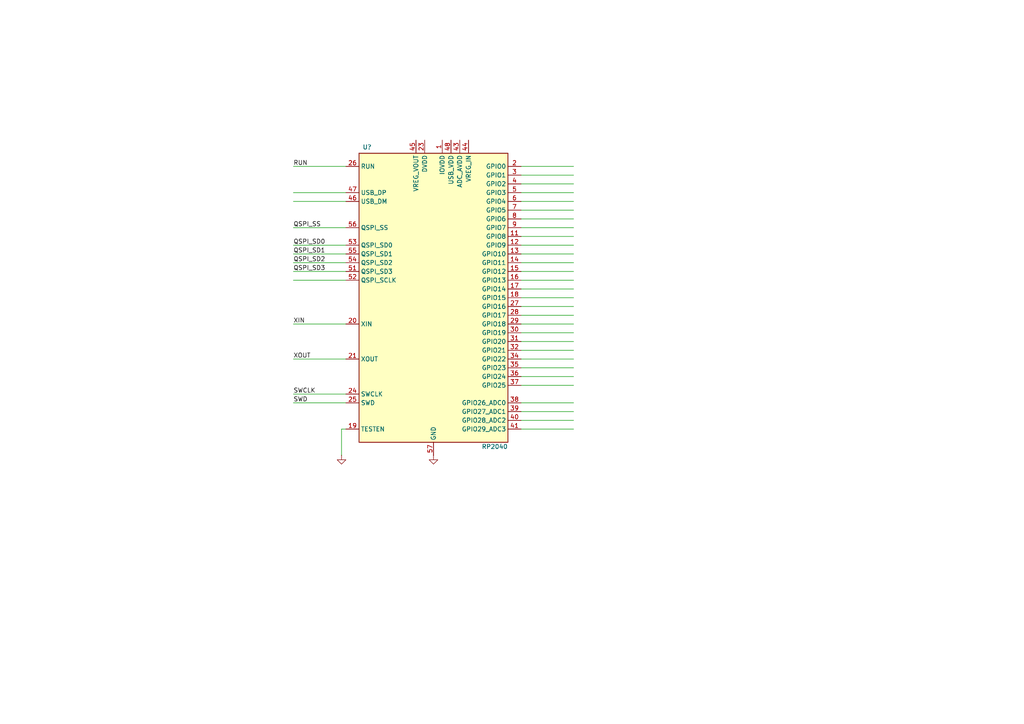
<source format=kicad_sch>
(kicad_sch (version 20250114) (generator "eeschema") (generator_version "9.0")
  (paper "A4")
  (lib_symbols
    (symbol "MCU_RaspberryPi:RP2040"
      (property "Reference" "U" (at 17.78 45.72 0))
      (property "Value" "RP2040" (at 17.78 43.18 0))
      (symbol "RP2040_0_1"
        (rectangle (start -21.59 41.91) (end 21.59 -41.91) (stroke (width 0.254)) (fill (type background)))
      )
      (symbol "RP2040_1_1"
        (pin input line (at -25.4 38.1 0) (length 3.81) (name "RUN") (number "26"))
        (pin bidirectional line (at -25.4 30.48 0) (length 3.81) (name "USB_DP") (number "47"))
        (pin bidirectional line (at -25.4 27.94 0) (length 3.81) (name "USB_DM") (number "46"))
        (pin bidirectional line (at -25.4 20.32 0) (length 3.81) (name "QSPI_SS") (number "56"))
        (pin bidirectional line (at -25.4 15.24 0) (length 3.81) (name "QSPI_SD0") (number "53"))
        (pin bidirectional line (at -25.4 12.7 0) (length 3.81) (name "QSPI_SD1") (number "55"))
        (pin bidirectional line (at -25.4 10.16 0) (length 3.81) (name "QSPI_SD2") (number "54"))
        (pin bidirectional line (at -25.4 7.62 0) (length 3.81) (name "QSPI_SD3") (number "51"))
        (pin output line (at -25.4 5.08 0) (length 3.81) (name "QSPI_SCLK") (number "52"))
        (pin input line (at -25.4 -7.62 0) (length 3.81) (name "XIN") (number "20"))
        (pin passive line (at -25.4 -17.78 0) (length 3.81) (name "XOUT") (number "21"))
        (pin input line (at -25.4 -27.94 0) (length 3.81) (name "SWCLK") (number "24"))
        (pin bidirectional line (at -25.4 -30.48 0) (length 3.81) (name "SWD") (number "25"))
        (pin input line (at -25.4 -38.1 0) (length 3.81) (name "TESTEN") (number "19"))
        (pin power_out line (at -5.08 45.72 270) (length 3.81) (name "VREG_VOUT") (number "45"))
        (pin power_in line (at -2.54 45.72 270) (length 3.81) (name "DVDD") (number "23"))
        (pin passive line (at -2.54 45.72 270) (length 3.81) (hide yes) (name "DVDD") (number "50"))
        (pin power_in line (at 0 -45.72 90) (length 3.81) (name "GND") (number "57"))
        (pin power_in line (at 2.54 45.72 270) (length 3.81) (name "IOVDD") (number "1"))
        (pin passive line (at 2.54 45.72 270) (length 3.81) (hide yes) (name "IOVDD") (number "10"))
        (pin passive line (at 2.54 45.72 270) (length 3.81) (hide yes) (name "IOVDD") (number "22"))
        (pin passive line (at 2.54 45.72 270) (length 3.81) (hide yes) (name "IOVDD") (number "33"))
        (pin passive line (at 2.54 45.72 270) (length 3.81) (hide yes) (name "IOVDD") (number "42"))
        (pin passive line (at 2.54 45.72 270) (length 3.81) (hide yes) (name "IOVDD") (number "49"))
        (pin power_in line (at 5.08 45.72 270) (length 3.81) (name "USB_VDD") (number "48"))
        (pin power_in line (at 7.62 45.72 270) (length 3.81) (name "ADC_AVDD") (number "43"))
        (pin power_in line (at 10.16 45.72 270) (length 3.81) (name "VREG_IN") (number "44"))
        (pin bidirectional line (at 25.4 38.1 180) (length 3.81) (name "GPIO0") (number "2"))
        (pin bidirectional line (at 25.4 35.56 180) (length 3.81) (name "GPIO1") (number "3"))
        (pin bidirectional line (at 25.4 33.02 180) (length 3.81) (name "GPIO2") (number "4"))
        (pin bidirectional line (at 25.4 30.48 180) (length 3.81) (name "GPIO3") (number "5"))
        (pin bidirectional line (at 25.4 27.94 180) (length 3.81) (name "GPIO4") (number "6"))
        (pin bidirectional line (at 25.4 25.4 180) (length 3.81) (name "GPIO5") (number "7"))
        (pin bidirectional line (at 25.4 22.86 180) (length 3.81) (name "GPIO6") (number "8"))
        (pin bidirectional line (at 25.4 20.32 180) (length 3.81) (name "GPIO7") (number "9"))
        (pin bidirectional line (at 25.4 17.78 180) (length 3.81) (name "GPIO8") (number "11"))
        (pin bidirectional line (at 25.4 15.24 180) (length 3.81) (name "GPIO9") (number "12"))
        (pin bidirectional line (at 25.4 12.7 180) (length 3.81) (name "GPIO10") (number "13"))
        (pin bidirectional line (at 25.4 10.16 180) (length 3.81) (name "GPIO11") (number "14"))
        (pin bidirectional line (at 25.4 7.62 180) (length 3.81) (name "GPIO12") (number "15"))
        (pin bidirectional line (at 25.4 5.08 180) (length 3.81) (name "GPIO13") (number "16"))
        (pin bidirectional line (at 25.4 2.54 180) (length 3.81) (name "GPIO14") (number "17"))
        (pin bidirectional line (at 25.4 0 180) (length 3.81) (name "GPIO15") (number "18"))
        (pin bidirectional line (at 25.4 -2.54 180) (length 3.81) (name "GPIO16") (number "27"))
        (pin bidirectional line (at 25.4 -5.08 180) (length 3.81) (name "GPIO17") (number "28"))
        (pin bidirectional line (at 25.4 -7.62 180) (length 3.81) (name "GPIO18") (number "29"))
        (pin bidirectional line (at 25.4 -10.16 180) (length 3.81) (name "GPIO19") (number "30"))
        (pin bidirectional line (at 25.4 -12.7 180) (length 3.81) (name "GPIO20") (number "31"))
        (pin bidirectional line (at 25.4 -15.24 180) (length 3.81) (name "GPIO21") (number "32"))
        (pin bidirectional line (at 25.4 -17.78 180) (length 3.81) (name "GPIO22") (number "34"))
        (pin bidirectional line (at 25.4 -20.32 180) (length 3.81) (name "GPIO23") (number "35"))
        (pin bidirectional line (at 25.4 -22.86 180) (length 3.81) (name "GPIO24") (number "36"))
        (pin bidirectional line (at 25.4 -25.4 180) (length 3.81) (name "GPIO25") (number "37"))
        (pin bidirectional line (at 25.4 -30.48 180) (length 3.81) (name "GPIO26_ADC0") (number "38"))
        (pin bidirectional line (at 25.4 -33.02 180) (length 3.81) (name "GPIO27_ADC1") (number "39"))
        (pin bidirectional line (at 25.4 -35.56 180) (length 3.81) (name "GPIO28_ADC2") (number "40"))
        (pin bidirectional line (at 25.4 -38.1 180) (length 3.81) (name "GPIO29_ADC3") (number "41"))
      )
    )
    (symbol "power:GND" (power) (pin_numbers (hide yes)) (pin_names (offset 0) (hide yes))
      (property "Value" "GND" (at 0 -3.81 0))
      (symbol "GND_0_1"
        (polyline (pts (xy 0 0) (xy 0 -1.27) (xy 1.27 -1.27) (xy 0 -2.54) (xy -1.27 -1.27) (xy 0 -1.27)))
      )
      (symbol "GND_1_1"
        (pin power_in line (at 0 0 270) (length 0) (name "~") (number "1"))
      )
    )
  )
  (wire (pts (xy 151.13 101.6) (xy 166.37 101.6)))
  (wire (pts (xy 99.06 124.46) (xy 99.06 132.08)))
  (wire (pts (xy 151.13 93.98) (xy 166.37 93.98)))
  (wire (pts (xy 85.09 76.2) (xy 100.33 76.2)))
  (wire (pts (xy 151.13 68.58) (xy 166.37 68.58)))
  (wire (pts (xy 151.13 86.36) (xy 166.37 86.36)))
  (wire (pts (xy 85.09 93.98) (xy 100.33 93.98)))
  (wire (pts (xy 151.13 91.44) (xy 166.37 91.44)))
  (wire (pts (xy 151.13 96.52) (xy 166.37 96.52)))
  (wire (pts (xy 151.13 78.74) (xy 166.37 78.74)))
  (wire (pts (xy 85.09 116.84) (xy 100.33 116.84)))
  (wire (pts (xy 151.13 58.42) (xy 166.37 58.42)))
  (wire (pts (xy 85.09 71.12) (xy 100.33 71.12)))
  (wire (pts (xy 151.13 81.28) (xy 166.37 81.28)))
  (wire (pts (xy 85.09 81.28) (xy 100.33 81.28)))
  (wire (pts (xy 151.13 121.92) (xy 166.37 121.92)))
  (wire (pts (xy 151.13 99.06) (xy 166.37 99.06)))
  (wire (pts (xy 85.09 73.66) (xy 100.33 73.66)))
  (wire (pts (xy 100.33 124.46) (xy 99.06 124.46)))
  (wire (pts (xy 151.13 66.04) (xy 166.37 66.04)))
  (wire (pts (xy 151.13 119.38) (xy 166.37 119.38)))
  (wire (pts (xy 151.13 50.8) (xy 166.37 50.8)))
  (wire (pts (xy 151.13 71.12) (xy 166.37 71.12)))
  (wire (pts (xy 151.13 88.9) (xy 166.37 88.9)))
  (wire (pts (xy 85.09 66.04) (xy 100.33 66.04)))
  (wire (pts (xy 151.13 63.5) (xy 166.37 63.5)))
  (wire (pts (xy 151.13 60.96) (xy 166.37 60.96)))
  (wire (pts (xy 85.09 58.42) (xy 100.33 58.42)))
  (wire (pts (xy 151.13 106.68) (xy 166.37 106.68)))
  (wire (pts (xy 151.13 116.84) (xy 166.37 116.84)))
  (wire (pts (xy 151.13 53.34) (xy 166.37 53.34)))
  (wire (pts (xy 85.09 55.88) (xy 100.33 55.88)))
  (wire (pts (xy 85.09 48.26) (xy 100.33 48.26)))
  (wire (pts (xy 151.13 48.26) (xy 166.37 48.26)))
  (wire (pts (xy 151.13 83.82) (xy 166.37 83.82)))
  (wire (pts (xy 85.09 78.74) (xy 100.33 78.74)))
  (wire (pts (xy 85.09 104.14) (xy 100.33 104.14)))
  (wire (pts (xy 151.13 73.66) (xy 166.37 73.66)))
  (wire (pts (xy 151.13 109.22) (xy 166.37 109.22)))
  (wire (pts (xy 85.09 114.3) (xy 100.33 114.3)))
  (wire (pts (xy 151.13 104.14) (xy 166.37 104.14)))
  (wire (pts (xy 151.13 55.88) (xy 166.37 55.88)))
  (wire (pts (xy 151.13 111.76) (xy 166.37 111.76)))
  (wire (pts (xy 151.13 124.46) (xy 166.37 124.46)))
  (wire (pts (xy 151.13 76.2) (xy 166.37 76.2)))
  (label "SWCLK" (at 85.09 114.3 0))
  (label "SWD" (at 85.09 116.84 0))
  (label "RUN" (at 85.09 48.26 0))
  (label "XOUT" (at 85.09 104.14 0))
  (label "QSPI_SD2" (at 85.09 76.2 0))
  (label "XIN" (at 85.09 93.98 0))
  (label "QSPI_SD3" (at 85.09 78.74 0))
  (label "QSPI_SD1" (at 85.09 73.66 0))
  (label "QSPI_SS" (at 85.09 66.04 0))
  (label "QSPI_SD0" (at 85.09 71.12 0))
  (symbol (lib_id "MCU_RaspberryPi:RP2040") (at 125.73 86.36 0) (unit 1)
    (property "Reference" "U?" (at 105.156 42.672 0) (effects (justify left)))
    (property "Value" "RP2040" (at 139.7 129.54 0) (effects (justify left)))
    (property "Footprint" "Package_DFN_QFN:QFN-56-1EP_7x7mm_P0.4mm_EP3.2x3.2mm" (effects (hide yes)))
    (property "Datasheet" "https://datasheets.raspberrypi.com/rp2040/rp2040-datasheet.pdf" (effects (hide yes)))
    (property "Description" "A microcontroller by Raspberry Pi" (effects (hide yes)))
  )
  (symbol (lib_id "power:GND") (at 125.73 132.08 0) (unit 1)
    (property "Reference" "#PWR01" (effects (hide yes)))
    (property "Value" "GND" (effects (hide yes)))
    (property "Description" "Power symbol creates a global label with name \"GND\" , ground" (effects (hide yes)))
  )
  (symbol (lib_id "power:GND") (at 99.06 132.08 0) (unit 1)
    (property "Reference" "#PWR02" (effects (hide yes)))
    (property "Value" "GND" (effects (hide yes)))
    (property "Description" "Power symbol creates a global label with name \"GND\" , ground" (effects (hide yes)))
  )
)
</source>
